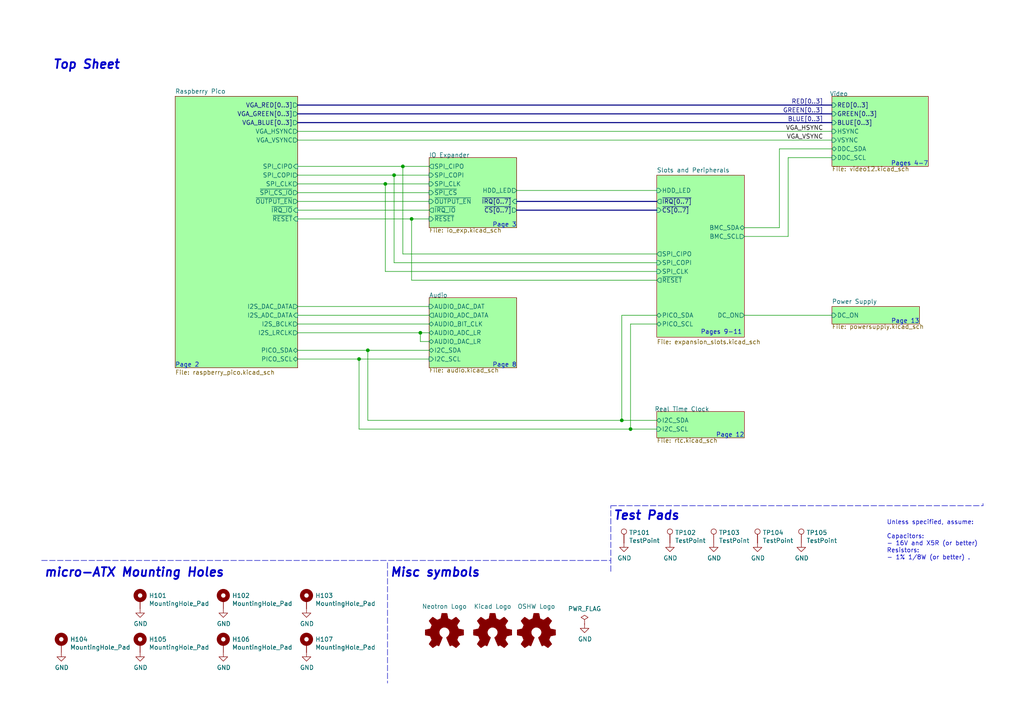
<source format=kicad_sch>
(kicad_sch (version 20211123) (generator eeschema)
  (paper "A4")
  (title_block (title "Neotron Pico - Top Sheet") (date "${date}") (rev "${version}") (company "https://neotron-compute.github.io") (comment 1 "Licensed as CC-BY-SA") (comment 2 "Copyright (c) The Neotron Developers, 2022"))
  (lib_symbols
    (symbol "Connector:TestPoint" (pin_numbers hide) (pin_names (offset 0.762) hide)
      (property "Reference" "TP" (at 0 6.858 0))
      (property "Value" "TestPoint" (at 0 5.08 0))
      (symbol "TestPoint_0_1"
        (circle (center 0 3.302) (radius 0.762))
      )
      (symbol "TestPoint_1_1"
        (pin passive line (at 0 0 90) (length 2.54) (name "1") (number "1"))
      )
    )
    (symbol "Graphic:Logo_Open_Hardware_Small" (pin_names (offset 1.016))
      (symbol "Logo_Open_Hardware_Small_0_1"
        (polyline (pts (xy 3.3528 -4.3434) (xy 3.302 -4.318) (xy 3.175 -4.2418) (xy 2.9972 -4.1148) (xy 2.7686 -3.9624) (xy 2.54 -3.81) (xy 2.3622 -3.7084) (xy 2.2352 -3.6068) (xy 2.1844 -3.5814) (xy 2.159 -3.6068) (xy 2.0574 -3.6576) (xy 1.905 -3.7338) (xy 1.8034 -3.7846) (xy 1.6764 -3.8354) (xy 1.6002 -3.8354) (xy 1.6002 -3.8354) (xy 1.5494 -3.7338) (xy 1.4732 -3.5306) (xy 1.3462 -3.302) (xy 1.2446 -3.0226) (xy 1.1176 -2.7178) (xy 0.9652 -2.413) (xy 0.8636 -2.1082) (xy 0.7366 -1.8288) (xy 0.6604 -1.6256) (xy 0.6096 -1.4732) (xy 0.5842 -1.397) (xy 0.5842 -1.397) (xy 0.6604 -1.3208) (xy 0.7874 -1.2446) (xy 1.0414 -1.016) (xy 1.2954 -0.6858) (xy 1.4478 -0.3302) (xy 1.524 0.0762) (xy 1.4732 0.4572) (xy 1.3208 0.8128) (xy 1.0668 1.143) (xy 0.762 1.3716) (xy 0.4064 1.524) (xy 0 1.5748) (xy -0.381 1.5494) (xy -0.7366 1.397) (xy -1.0668 1.143) (xy -1.2192 0.9906) (xy -1.397 0.6604) (xy -1.524 0.3048) (xy -1.524 0.2286) (xy -1.4986 -0.1778) (xy -1.397 -0.5334) (xy -1.1938 -0.8636) (xy -0.9144 -1.143) (xy -0.8636 -1.1684) (xy -0.7366 -1.27) (xy -0.635 -1.3462) (xy -0.5842 -1.397) (xy -1.0668 -2.5908) (xy -1.143 -2.794) (xy -1.2954 -3.1242) (xy -1.397 -3.4036) (xy -1.4986 -3.6322) (xy -1.5748 -3.7846) (xy -1.6002 -3.8354) (xy -1.6002 -3.8354) (xy -1.651 -3.8354) (xy -1.7272 -3.81) (xy -1.905 -3.7338) (xy -2.0066 -3.683) (xy -2.1336 -3.6068) (xy -2.2098 -3.5814) (xy -2.2606 -3.6068) (xy -2.3622 -3.683) (xy -2.54 -3.81) (xy -2.7686 -3.9624) (xy -2.9718 -4.0894) (xy -3.1496 -4.2164) (xy -3.302 -4.318) (xy -3.3528 -4.3434) (xy -3.3782 -4.3434) (xy -3.429 -4.318) (xy -3.5306 -4.2164) (xy -3.7084 -4.064) (xy -3.937 -3.8354) (xy -3.9624 -3.81) (xy -4.1656 -3.6068) (xy -4.318 -3.4544) (xy -4.4196 -3.3274) (xy -4.445 -3.2766) (xy -4.445 -3.2766) (xy -4.4196 -3.2258) (xy -4.318 -3.0734) (xy -4.2164 -2.8956) (xy -4.064 -2.667) (xy -3.6576 -2.0828) (xy -3.8862 -1.5494) (xy -3.937 -1.3716) (xy -4.0386 -1.1684) (xy -4.0894 -1.0414) (xy -4.1148 -0.9652) (xy -4.191 -0.9398) (xy -4.318 -0.9144) (xy -4.5466 -0.8636) (xy -4.8006 -0.8128) (xy -5.0546 -0.7874) (xy -5.2578 -0.7366) (xy -5.4356 -0.7112) (xy -5.5118 -0.6858) (xy -5.5118 -0.6858) (xy -5.5372 -0.635) (xy -5.5372 -0.5588) (xy -5.5372 -0.4318) (xy -5.5626 -0.2286) (xy -5.5626 0.0762) (xy -5.5626 0.127) (xy -5.5372 0.4064) (xy -5.5372 0.635) (xy -5.5372 0.762) (xy -5.5372 0.8382) (xy -5.5372 0.8382) (xy -5.461 0.8382) (xy -5.3086 0.889) (xy -5.08 0.9144) (xy -4.826 0.9652) (xy -4.8006 0.9906) (xy -4.5466 1.0414) (xy -4.318 1.0668) (xy -4.1656 1.1176) (xy -4.0894 1.143) (xy -4.0894 1.143) (xy -4.0386 1.2446) (xy -3.9624 1.4224) (xy -3.8608 1.6256) (xy -3.7846 1.8288) (xy -3.7084 2.0066) (xy -3.6576 2.159) (xy -3.6322 2.2098) (xy -3.6322 2.2098) (xy -3.683 2.286) (xy -3.7592 2.413) (xy -3.8862 2.5908) (xy -4.064 2.8194) (xy -4.064 2.8448) (xy -4.2164 3.0734) (xy -4.3434 3.2512) (xy -4.4196 3.3782) (xy -4.445 3.4544) (xy -4.445 3.4544) (xy -4.3942 3.5052) (xy -4.2926 3.6322) (xy -4.1148 3.81) (xy -3.937 4.0132) (xy -3.8608 4.064) (xy -3.6576 4.2926) (xy -3.5052 4.4196) (xy -3.4036 4.4958) (xy -3.3528 4.5212) (xy -3.3528 4.5212) (xy -3.302 4.4704) (xy -3.1496 4.3688) (xy -2.9718 4.2418) (xy -2.7432 4.0894) (xy -2.7178 4.0894) (xy -2.4892 3.937) (xy -2.3114 3.81) (xy -2.1844 3.7084) (xy -2.1336 3.683) (xy -2.1082 3.683) (xy -2.032 3.7084) (xy -1.8542 3.7592) (xy -1.6764 3.8354) (xy -1.4732 3.937) (xy -1.27 4.0132) (xy -1.143 4.064) (xy -1.0668 4.1148) (xy -1.0668 4.1148) (xy -1.0414 4.191) (xy -1.016 4.3434) (xy -0.9652 4.572) (xy -0.9144 4.8514) (xy -0.889 4.9022) (xy -0.8382 5.1562) (xy -0.8128 5.3848) (xy -0.7874 5.5372) (xy -0.762 5.588) (xy -0.7112 5.6134) (xy -0.5842 5.6134) (xy -0.4064 5.6134) (xy -0.1524 5.6134) (xy 0.0762 5.6134) (xy 0.3302 5.6134) (xy 0.5334 5.6134) (xy 0.6858 5.588) (xy 0.7366 5.588) (xy 0.7366 5.588) (xy 0.762 5.5118) (xy 0.8128 5.334) (xy 0.8382 5.1054) (xy 0.9144 4.826) (xy 0.9144 4.7752) (xy 0.9652 4.5212) (xy 1.016 4.2926) (xy 1.0414 4.1402) (xy 1.0668 4.0894) (xy 1.0668 4.0894) (xy 1.1938 4.0386) (xy 1.3716 3.9624) (xy 1.5748 3.8608) (xy 2.0828 3.6576) (xy 2.7178 4.0894) (xy 2.7686 4.1402) (xy 2.9972 4.2926) (xy 3.175 4.4196) (xy 3.302 4.4958) (xy 3.3782 4.5212) (xy 3.3782 4.5212) (xy 3.429 4.4704) (xy 3.556 4.3434) (xy 3.7338 4.191) (xy 3.9116 3.9878) (xy 4.064 3.8354) (xy 4.2418 3.6576) (xy 4.3434 3.556) (xy 4.4196 3.4798) (xy 4.4196 3.429) (xy 4.4196 3.4036) (xy 4.3942 3.3274) (xy 4.2926 3.2004) (xy 4.1656 2.9972) (xy 4.0132 2.794) (xy 3.8862 2.5908) (xy 3.7592 2.3876) (xy 3.6576 2.2352) (xy 3.6322 2.159) (xy 3.6322 2.1336) (xy 3.683 2.0066) (xy 3.7592 1.8288) (xy 3.8608 1.6002) (xy 4.064 1.1176) (xy 4.3942 1.0414) (xy 4.5974 1.016) (xy 4.8768 0.9652) (xy 5.1308 0.9144) (xy 5.5372 0.8382) (xy 5.5626 -0.6604) (xy 5.4864 -0.6858) (xy 5.4356 -0.6858) (xy 5.2832 -0.7366) (xy 5.0546 -0.762) (xy 4.8006 -0.8128) (xy 4.5974 -0.8636) (xy 4.3688 -0.9144) (xy 4.2164 -0.9398) (xy 4.1402 -0.9398) (xy 4.1148 -0.9652) (xy 4.064 -1.0668) (xy 3.9878 -1.2446) (xy 3.9116 -1.4478) (xy 3.81 -1.651) (xy 3.7338 -1.8542) (xy 3.683 -2.0066) (xy 3.6576 -2.0828) (xy 3.683 -2.1336) (xy 3.7846 -2.2606) (xy 3.8862 -2.4638) (xy 4.0386 -2.667) (xy 4.191 -2.8956) (xy 4.318 -3.0734) (xy 4.3942 -3.2004) (xy 4.445 -3.2766) (xy 4.4196 -3.3274) (xy 4.3434 -3.429) (xy 4.1656 -3.5814) (xy 3.937 -3.8354) (xy 3.8862 -3.8608) (xy 3.683 -4.064) (xy 3.5306 -4.2164) (xy 3.4036 -4.318) (xy 3.3528 -4.3434)) (fill (type outline)))
      )
    )
    (symbol "Mechanical:MountingHole_Pad" (pin_numbers hide) (pin_names (offset 1.016) hide)
      (property "Reference" "H" (at 0 6.35 0))
      (property "Value" "MountingHole_Pad" (at 0 4.445 0))
      (symbol "MountingHole_Pad_0_1"
        (circle (center 0 1.27) (radius 1.27) (stroke (width 1.27)))
      )
      (symbol "MountingHole_Pad_1_1"
        (pin input line (at 0 -2.54 90) (length 2.54) (name "1") (number "1"))
      )
    )
    (symbol "power:GND" (power) (pin_names (offset 0))
      (property "Value" "GND" (at 0 -3.81 0))
      (symbol "GND_0_1"
        (polyline (pts (xy 0 0) (xy 0 -1.27) (xy 1.27 -1.27) (xy 0 -2.54) (xy -1.27 -1.27) (xy 0 -1.27)))
      )
      (symbol "GND_1_1"
        (pin power_in line (at 0 0 270) (length 0) hide (name "GND") (number "1"))
      )
    )
    (symbol "power:PWR_FLAG" (power) (pin_numbers hide) (pin_names (offset 0) hide)
      (property "Value" "PWR_FLAG" (at 0 3.81 0))
      (symbol "PWR_FLAG_0_0"
        (pin power_out line (at 0 0 90) (length 0) (name "pwr") (number "1"))
      )
      (symbol "PWR_FLAG_0_1"
        (polyline (pts (xy 0 0) (xy 0 1.27) (xy -1.016 1.905) (xy 0 2.54) (xy 1.016 1.905) (xy 0 1.27)))
      )
    )
  )
  (junction (at 111.76 53.34))
  (junction (at 119.38 63.5))
  (junction (at 180.34 121.92))
  (junction (at 104.14 104.14))
  (junction (at 106.68 101.6))
  (junction (at 114.3 50.8))
  (junction (at 121.92 96.52))
  (junction (at 182.88 124.46))
  (junction (at 116.84 48.26))
  (wire (pts (xy 124.46 99.06) (xy 121.92 99.06)))
  (wire (pts (xy 86.36 96.52) (xy 121.92 96.52)))
  (wire (pts (xy 215.9 91.44) (xy 241.3 91.44)))
  (wire (pts (xy 215.9 66.04) (xy 226.06 66.04)))
  (polyline (pts (xy 177.165 165.735) (xy 177.165 146.685)))
  (wire (pts (xy 215.9 68.58) (xy 228.6 68.58)))
  (wire (pts (xy 86.36 91.44) (xy 124.46 91.44)))
  (wire (pts (xy 116.84 73.66) (xy 190.5 73.66)))
  (wire (pts (xy 114.3 50.8) (xy 114.3 76.2)))
  (wire (pts (xy 106.68 121.92) (xy 180.34 121.92)))
  (wire (pts (xy 228.6 45.72) (xy 228.6 68.58)))
  (wire (pts (xy 114.3 76.2) (xy 190.5 76.2)))
  (wire (pts (xy 119.38 81.28) (xy 119.38 63.5)))
  (wire (pts (xy 121.92 96.52) (xy 124.46 96.52)))
  (wire (pts (xy 180.34 121.92) (xy 180.34 91.44)))
  (bus (pts (xy 149.86 58.42) (xy 190.5 58.42)))
  (wire (pts (xy 228.6 45.72) (xy 241.3 45.72)))
  (wire (pts (xy 111.76 53.34) (xy 111.76 78.74)))
  (wire (pts (xy 86.36 48.26) (xy 116.84 48.26)))
  (wire (pts (xy 106.68 101.6) (xy 124.46 101.6)))
  (wire (pts (xy 86.36 101.6) (xy 106.68 101.6)))
  (wire (pts (xy 104.14 124.46) (xy 104.14 104.14)))
  (wire (pts (xy 86.36 40.64) (xy 241.3 40.64)))
  (wire (pts (xy 86.36 63.5) (xy 119.38 63.5)))
  (wire (pts (xy 190.5 93.98) (xy 182.88 93.98)))
  (wire (pts (xy 182.88 93.98) (xy 182.88 124.46)))
  (wire (pts (xy 86.36 50.8) (xy 114.3 50.8)))
  (wire (pts (xy 226.06 43.18) (xy 226.06 66.04)))
  (wire (pts (xy 111.76 53.34) (xy 124.46 53.34)))
  (wire (pts (xy 121.92 99.06) (xy 121.92 96.52)))
  (bus (pts (xy 86.36 30.48) (xy 241.3 30.48)))
  (bus (pts (xy 86.36 33.02) (xy 241.3 33.02)))
  (wire (pts (xy 116.84 48.26) (xy 116.84 73.66)))
  (polyline (pts (xy 177.165 146.685) (xy 285.115 146.685)))
  (bus (pts (xy 86.36 35.56) (xy 241.3 35.56)))
  (wire (pts (xy 86.36 88.9) (xy 124.46 88.9)))
  (wire (pts (xy 119.38 63.5) (xy 124.46 63.5)))
  (wire (pts (xy 86.36 55.88) (xy 124.46 55.88)))
  (wire (pts (xy 180.34 121.92) (xy 190.5 121.92)))
  (wire (pts (xy 182.88 124.46) (xy 190.5 124.46)))
  (wire (pts (xy 86.36 53.34) (xy 111.76 53.34)))
  (wire (pts (xy 86.36 104.14) (xy 104.14 104.14)))
  (wire (pts (xy 149.86 55.245) (xy 190.5 55.245)))
  (wire (pts (xy 106.68 101.6) (xy 106.68 121.92)))
  (wire (pts (xy 226.06 43.18) (xy 241.3 43.18)))
  (wire (pts (xy 104.14 104.14) (xy 124.46 104.14)))
  (polyline (pts (xy 112.395 163.195) (xy 112.395 198.12)))
  (wire (pts (xy 114.3 50.8) (xy 124.46 50.8)))
  (wire (pts (xy 180.34 91.44) (xy 190.5 91.44)))
  (wire (pts (xy 86.36 58.42) (xy 124.46 58.42)))
  (wire (pts (xy 86.36 93.98) (xy 124.46 93.98)))
  (wire (pts (xy 86.36 38.1) (xy 241.3 38.1)))
  (polyline (pts (xy 12.065 162.56) (xy 177.165 162.56)))
  (wire (pts (xy 116.84 48.26) (xy 124.46 48.26)))
  (bus (pts (xy 149.86 60.96) (xy 190.5 60.96)))
  (wire (pts (xy 111.76 78.74) (xy 190.5 78.74)))
  (wire (pts (xy 182.88 124.46) (xy 104.14 124.46)))
  (wire (pts (xy 119.38 81.28) (xy 190.5 81.28)))
  (wire (pts (xy 86.36 60.96) (xy 124.46 60.96)))
  (polyline (pts (xy 285.115 146.685) (xy 285.115 146.05)))
  (text "Page 13" (at 266.7 93.98 180) (effects (font (size 1.27 1.27)) (justify right bottom)))
  (text "Page 8" (at 149.86 106.68 180) (effects (font (size 1.27 1.27)) (justify right bottom)))
  (text "Test Pads" (at 177.8 151.13 0) (effects (font (size 2.54 2.54) (thickness 0.508) bold italic) (justify left bottom)))
  (text "Page 12" (at 215.9 127 180) (effects (font (size 1.27 1.27)) (justify right bottom)))
  (text "Pages 9-11" (at 215.265 97.155 180) (effects (font (size 1.27 1.27)) (justify right bottom)))
  (text "Page 3" (at 149.86 66.04 180) (effects (font (size 1.27 1.27)) (justify right bottom)))
  (text "Page 2" (at 50.8 106.68 0) (effects (font (size 1.27 1.27)) (justify left bottom)))
  (text "Top Sheet" (at 15.24 20.32 0) (effects (font (size 2.54 2.54) (thickness 0.508) bold italic) (justify left bottom)))
  (text "Misc symbols" (at 113.03 167.64 0) (effects (font (size 2.54 2.54) (thickness 0.508) bold italic) (justify left bottom)))
  (text "Pages 4-7" (at 269.24 48.26 180) (effects (font (size 1.27 1.27)) (justify right bottom)))
  (text "micro-ATX Mounting Holes" (at 12.7 167.64 0) (effects (font (size 2.54 2.54) (thickness 0.508) bold italic) (justify left bottom)))
  (text "Unless specified, assume:\n\nCapacitors:\n- 16V and X5R (or better)\nResistors:\n- 1% 1/8W (or better) ." (at 257.175 162.56 0) (effects (font (size 1.27 1.27)) (justify left bottom)))
  (label "VGA_HSYNC" (at 238.76 38.1 180))
  (label "RED[0..3]" (at 238.76 30.48 180))
  (label "BLUE[0..3]" (at 238.76 35.56 180))
  (label "GREEN[0..3]" (at 238.76 33.02 180))
  (label "VGA_VSYNC" (at 238.76 40.64 180))
  (symbol (lib_id "Graphic:Logo_Open_Hardware_Small") (at 155.575 183.515 0) (unit 1)
    (property "Reference" "LOGO103" (effects hide))
    (property "Value" "OSHW Logo" (at 155.575 175.895 0))
    (property "Footprint" "Symbol:OSHW-Logo_11.4x12mm_SilkScreen" (effects hide))
    (property "DNP" "1" (effects hide))
  )
  (symbol (lib_id "Graphic:Logo_Open_Hardware_Small") (at 142.875 183.515 0) (unit 1)
    (property "Reference" "LOGO102" (effects hide))
    (property "Value" "Kicad Logo" (at 142.875 175.895 0))
    (property "Footprint" "Symbol:KiCad-Logo2_12mm_SilkScreen" (effects hide))
    (property "DNP" "1" (effects hide))
  )
  (symbol (lib_id "Graphic:Logo_Open_Hardware_Small") (at 128.905 183.515 0) (unit 1)
    (property "Reference" "LOGO101" (effects hide))
    (property "Value" "Neotron Logo" (at 128.905 175.895 0))
    (property "Footprint" "Neotron-Common-Hardware:logo" (effects hide))
    (property "DNP" "1" (effects hide))
  )
  (symbol (lib_id "power:GND") (at 169.545 180.975 0) (unit 1)
    (property "Reference" "#PWR0109" (effects hide))
    (property "Value" "GND" (at 169.672 185.3692 0))
  )
  (symbol (lib_id "power:PWR_FLAG") (at 169.545 180.975 0) (unit 1)
    (property "Reference" "#FLG0101" (effects hide))
    (property "Value" "PWR_FLAG" (at 169.545 176.5808 0))
  )
  (symbol (lib_id "Mechanical:MountingHole_Pad") (at 40.64 173.99 0) (unit 1)
    (property "Reference" "H101" (at 43.18 172.7454 0) (effects (justify left)))
    (property "Value" "MountingHole_Pad" (at 43.18 175.0568 0) (effects (justify left)))
    (property "Footprint" "MountingHole:MountingHole_4.3mm_M4_Pad_Via" (effects hide))
    (property "DNP" "1" (effects hide))
  )
  (symbol (lib_id "Mechanical:MountingHole_Pad") (at 40.64 186.69 0) (unit 1)
    (property "Reference" "H105" (at 43.18 185.4454 0) (effects (justify left)))
    (property "Value" "MountingHole_Pad" (at 43.18 187.7568 0) (effects (justify left)))
    (property "Footprint" "MountingHole:MountingHole_4.3mm_M4_Pad_Via" (effects hide))
    (property "DNP" "1" (effects hide))
  )
  (symbol (lib_id "Mechanical:MountingHole_Pad") (at 64.77 173.99 0) (unit 1)
    (property "Reference" "H102" (at 67.31 172.7454 0) (effects (justify left)))
    (property "Value" "MountingHole_Pad" (at 67.31 175.0568 0) (effects (justify left)))
    (property "Footprint" "MountingHole:MountingHole_4.3mm_M4_Pad_Via" (effects hide))
    (property "DNP" "1" (effects hide))
  )
  (symbol (lib_id "Mechanical:MountingHole_Pad") (at 64.77 186.69 0) (unit 1)
    (property "Reference" "H106" (at 67.31 185.4454 0) (effects (justify left)))
    (property "Value" "MountingHole_Pad" (at 67.31 187.7568 0) (effects (justify left)))
    (property "Footprint" "MountingHole:MountingHole_4.3mm_M4_Pad_Via" (effects hide))
    (property "DNP" "1" (effects hide))
  )
  (symbol (lib_id "Mechanical:MountingHole_Pad") (at 88.9 173.99 0) (unit 1)
    (property "Reference" "H103" (at 91.44 172.7454 0) (effects (justify left)))
    (property "Value" "MountingHole_Pad" (at 91.44 175.0568 0) (effects (justify left)))
    (property "Footprint" "MountingHole:MountingHole_4.3mm_M4_Pad_Via" (effects hide))
    (property "DNP" "1" (effects hide))
  )
  (symbol (lib_id "Mechanical:MountingHole_Pad") (at 17.78 186.69 0) (unit 1)
    (property "Reference" "H104" (at 20.32 185.4454 0) (effects (justify left)))
    (property "Value" "MountingHole_Pad" (at 20.32 187.7568 0) (effects (justify left)))
    (property "Footprint" "MountingHole:MountingHole_4.3mm_M4_Pad_Via" (effects hide))
    (property "DNP" "1" (effects hide))
  )
  (symbol (lib_id "power:GND") (at 40.64 189.23 0) (unit 1)
    (property "Reference" "#PWR0111" (effects hide))
    (property "Value" "GND" (at 40.767 193.6242 0))
  )
  (symbol (lib_id "power:GND") (at 64.77 189.23 0) (unit 1)
    (property "Reference" "#PWR0112" (effects hide))
    (property "Value" "GND" (at 64.897 193.6242 0))
  )
  (symbol (lib_id "power:GND") (at 17.78 189.23 0) (unit 1)
    (property "Reference" "#PWR0110" (effects hide))
    (property "Value" "GND" (at 17.907 193.6242 0))
  )
  (symbol (lib_id "power:GND") (at 88.9 176.53 0) (unit 1)
    (property "Reference" "#PWR0108" (effects hide))
    (property "Value" "GND" (at 89.027 180.9242 0))
  )
  (symbol (lib_id "power:GND") (at 64.77 176.53 0) (unit 1)
    (property "Reference" "#PWR0107" (effects hide))
    (property "Value" "GND" (at 64.897 180.9242 0))
  )
  (symbol (lib_id "power:GND") (at 40.64 176.53 0) (unit 1)
    (property "Reference" "#PWR0106" (effects hide))
    (property "Value" "GND" (at 40.767 180.9242 0))
  )
  (symbol (lib_id "Mechanical:MountingHole_Pad") (at 88.9 186.69 0) (unit 1)
    (property "Reference" "H107" (at 91.44 185.4454 0) (effects (justify left)))
    (property "Value" "MountingHole_Pad" (at 91.44 187.7568 0) (effects (justify left)))
    (property "Footprint" "MountingHole:MountingHole_4.3mm_M4_Pad_Via" (effects hide))
    (property "DNP" "1" (effects hide))
  )
  (symbol (lib_id "power:GND") (at 88.9 189.23 0) (unit 1)
    (property "Reference" "#PWR0113" (effects hide))
    (property "Value" "GND" (at 89.027 193.6242 0))
  )
  (symbol (lib_id "Connector:TestPoint") (at 194.31 157.48 0) (unit 1)
    (property "Reference" "TP102" (at 195.7832 154.4828 0) (effects (justify left)))
    (property "Value" "TestPoint" (at 195.7832 156.7942 0) (effects (justify left)))
    (property "Footprint" "TestPoint:TestPoint_Bridge_Pitch2.54mm_Drill1.0mm" (effects hide))
    (property "DNP" "1" (effects hide))
  )
  (symbol (lib_id "power:GND") (at 180.975 157.48 0) (unit 1)
    (property "Reference" "#PWR0101" (effects hide))
    (property "Value" "GND" (at 181.102 161.8742 0))
  )
  (symbol (lib_id "power:GND") (at 207.01 157.48 0) (unit 1)
    (property "Reference" "#PWR0103" (effects hide))
    (property "Value" "GND" (at 207.137 161.8742 0))
  )
  (symbol (lib_id "Connector:TestPoint") (at 207.01 157.48 0) (unit 1)
    (property "Reference" "TP103" (at 208.4832 154.4828 0) (effects (justify left)))
    (property "Value" "TestPoint" (at 208.4832 156.7942 0) (effects (justify left)))
    (property "Footprint" "TestPoint:TestPoint_Bridge_Pitch2.54mm_Drill1.0mm" (effects hide))
    (property "DNP" "1" (effects hide))
  )
  (symbol (lib_id "Connector:TestPoint") (at 219.71 157.48 0) (unit 1)
    (property "Reference" "TP104" (at 221.1832 154.4828 0) (effects (justify left)))
    (property "Value" "TestPoint" (at 221.1832 156.7942 0) (effects (justify left)))
    (property "Footprint" "TestPoint:TestPoint_Bridge_Pitch2.54mm_Drill1.0mm" (effects hide))
    (property "DNP" "1" (effects hide))
  )
  (symbol (lib_id "Connector:TestPoint") (at 232.41 157.48 0) (unit 1)
    (property "Reference" "TP105" (at 233.8832 154.4828 0) (effects (justify left)))
    (property "Value" "TestPoint" (at 233.8832 156.7942 0) (effects (justify left)))
    (property "Footprint" "TestPoint:TestPoint_Bridge_Pitch2.54mm_Drill1.0mm" (effects hide))
    (property "DNP" "1" (effects hide))
  )
  (symbol (lib_id "power:GND") (at 232.41 157.48 0) (unit 1)
    (property "Reference" "#PWR0105" (effects hide))
    (property "Value" "GND" (at 232.537 161.8742 0))
  )
  (symbol (lib_id "Connector:TestPoint") (at 180.975 157.48 0) (unit 1)
    (property "Reference" "TP101" (at 182.4482 154.4828 0) (effects (justify left)))
    (property "Value" "TestPoint" (at 182.4482 156.7942 0) (effects (justify left)))
    (property "Footprint" "TestPoint:TestPoint_Bridge_Pitch2.54mm_Drill1.0mm" (effects hide))
    (property "DNP" "1" (effects hide))
  )
  (symbol (lib_id "power:GND") (at 219.71 157.48 0) (unit 1)
    (property "Reference" "#PWR0104" (effects hide))
    (property "Value" "GND" (at 219.837 161.8742 0))
  )
  (symbol (lib_id "power:GND") (at 194.31 157.48 0) (unit 1)
    (property "Reference" "#PWR0102" (effects hide))
    (property "Value" "GND" (at 194.437 161.8742 0))
  )
  (sheet (at 124.46 86.36) (size 25.4 20.32) (fill (color 165 255 165 1.0000))
    (property "Sheet name" "Audio" (at 124.46 86.36 0) (effects (justify left bottom)))
    (property "Sheet file" "audio.kicad_sch" (at 124.46 106.6296 0) (effects (justify left top)))
    (pin "I2C_SDA" bidirectional (at 124.46 101.6 180))
    (pin "I2C_SCL" input (at 124.46 104.14 180))
    (pin "AUDIO_DAC_DAT" input (at 124.46 88.9 180))
    (pin "AUDIO_DAC_LR" bidirectional (at 124.46 99.06 180))
    (pin "AUDIO_BIT_CLK" bidirectional (at 124.46 93.98 180))
    (pin "AUDIO_ADC_DATA" output (at 124.46 91.44 180))
    (pin "AUDIO_ADC_LR" bidirectional (at 124.46 96.52 180))
  )
  (sheet (at 190.5 119.38) (size 25.4 7.62) (fill (color 165 255 165 1.0000))
    (property "Sheet name" "Real Time Clock" (at 189.865 119.38 0) (effects (justify left bottom)))
    (property "Sheet file" "rtc.kicad_sch" (at 190.5 127 0) (effects (justify left top)))
    (pin "I2C_SDA" bidirectional (at 190.5 121.92 180))
    (pin "I2C_SCL" input (at 190.5 124.46 180))
  )
  (sheet (at 241.3 27.94) (size 27.94 20.32) (fill (color 165 255 165 1.0000))
    (property "Sheet name" "Video" (at 240.665 27.94 0) (effects (justify left bottom)))
    (property "Sheet file" "video12.kicad_sch" (at 241.3 48.26 0) (effects (justify left top)))
    (pin "DDC_SDA" bidirectional (at 241.3 43.18 180))
    (pin "DDC_SCL" input (at 241.3 45.72 180))
    (pin "VSYNC" input (at 241.3 40.64 180))
    (pin "HSYNC" input (at 241.3 38.1 180))
    (pin "RED[0..3]" input (at 241.3 30.48 180))
    (pin "GREEN[0..3]" input (at 241.3 33.02 180))
    (pin "BLUE[0..3]" input (at 241.3 35.56 180))
  )
  (sheet (at 124.46 45.72) (size 25.4 20.32) (fill (color 165 255 165 1.0000))
    (property "Sheet name" "IO Expander" (at 124.46 45.72 0) (effects (justify left bottom)))
    (property "Sheet file" "io_exp.kicad_sch" (at 124.46 66.04 0) (effects (justify left top)))
    (pin "~{CS[0..7]}" output (at 149.86 60.96 0))
    (pin "~{IRQ[0..7]}" input (at 149.86 58.42 0))
    (pin "SPI_COPI" input (at 124.46 50.8 180))
    (pin "SPI_CIPO" output (at 124.46 48.26 180))
    (pin "~{SPI_CS}" input (at 124.46 55.88 180))
    (pin "~{IRQ_IO}" output (at 124.46 60.96 180))
    (pin "~{OUTPUT_EN}" input (at 124.46 58.42 180))
    (pin "SPI_CLK" input (at 124.46 53.34 180))
    (pin "~{RESET}" input (at 124.46 63.5 180))
    (pin "HDD_LED" output (at 149.86 55.245 0))
  )
  (sheet (at 190.5 50.8) (size 25.4 46.99) (stroke (width 0.1524)) (fill (color 165 255 165 1.0000))
    (property "Sheet name" "Slots and Peripherals" (at 190.5 50.0884 0) (effects (justify left bottom)))
    (property "Sheet file" "expansion_slots.kicad_sch" (at 190.5 98.425 0) (effects (justify left top)))
    (pin "~{CS[0..7]}" input (at 190.5 60.96 180))
    (pin "~{IRQ[0..7]}" output (at 190.5 58.42 180))
    (pin "SPI_COPI" input (at 190.5 76.2 180))
    (pin "SPI_CIPO" output (at 190.5 73.66 180))
    (pin "SPI_CLK" input (at 190.5 78.74 180))
    (pin "PICO_SDA" bidirectional (at 190.5 91.44 180))
    (pin "PICO_SCL" bidirectional (at 190.5 93.98 180))
    (pin "~{RESET}" output (at 190.5 81.28 180))
    (pin "BMC_SDA" bidirectional (at 215.9 66.04 0))
    (pin "BMC_SCL" output (at 215.9 68.58 0))
    (pin "DC_ON" output (at 215.9 91.44 0))
    (pin "HDD_LED" input (at 190.5 55.245 180))
  )
  (sheet (at 241.3 88.9) (size 25.4 5.08) (fill (color 165 255 165 1.0000))
    (property "Sheet name" "Power Supply" (at 241.3 88.1884 0) (effects (justify left bottom)))
    (property "Sheet file" "powersupply.kicad_sch" (at 241.3 93.98 0) (effects (justify left top)))
    (pin "DC_ON" input (at 241.3 91.44 180))
  )
  (sheet (at 50.8 27.94) (size 35.56 78.74) (stroke (width 0.1524)) (fill (color 165 255 165 1.0000))
    (property "Sheet name" "Raspberry Pico" (at 50.8 27.2284 0) (effects (justify left bottom)))
    (property "Sheet file" "raspberry_pico.kicad_sch" (at 50.8 107.2646 0) (effects (justify left top)))
    (pin "PICO_SDA" bidirectional (at 86.36 101.6 0))
    (pin "PICO_SCL" bidirectional (at 86.36 104.14 0))
    (pin "~{RESET}" input (at 86.36 63.5 0))
    (pin "I2S_DAC_DATA" output (at 86.36 88.9 0))
    (pin "I2S_BCLK" output (at 86.36 93.98 0))
    (pin "~{OUTPUT_EN}" output (at 86.36 58.42 0))
    (pin "I2S_ADC_DATA" input (at 86.36 91.44 0))
    (pin "I2S_LRCLK" output (at 86.36 96.52 0))
    (pin "SPI_COPI" output (at 86.36 50.8 0))
    (pin "SPI_CIPO" input (at 86.36 48.26 0))
    (pin "SPI_CLK" output (at 86.36 53.34 0))
    (pin "~{SPI_CS_IO}" output (at 86.36 55.88 0))
    (pin "~{IRQ_IO}" input (at 86.36 60.96 0))
    (pin "VGA_BLUE[0..3]" output (at 86.36 35.56 0))
    (pin "VGA_RED[0..3]" output (at 86.36 30.48 0))
    (pin "VGA_GREEN[0..3]" output (at 86.36 33.02 0))
    (pin "VGA_VSYNC" output (at 86.36 40.64 0))
    (pin "VGA_HSYNC" output (at 86.36 38.1 0))
  )
)
</source>
